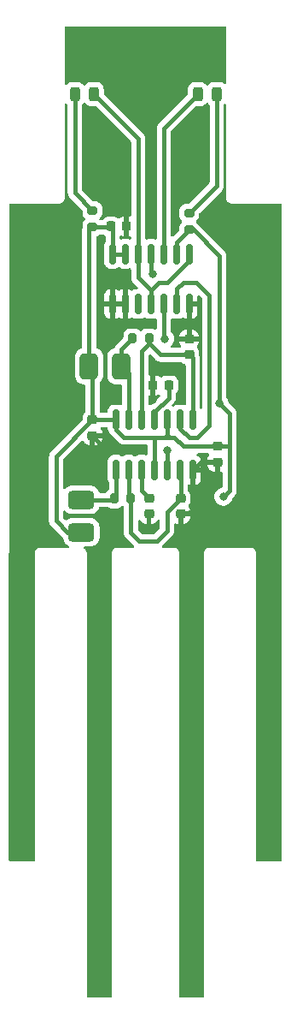
<source format=gbr>
%TF.GenerationSoftware,KiCad,Pcbnew,7.0.11*%
%TF.CreationDate,2025-02-23T17:02:07-08:00*%
%TF.ProjectId,enderman,656e6465-726d-4616-9e2e-6b696361645f,rev?*%
%TF.SameCoordinates,PX6ed1240PY84f1340*%
%TF.FileFunction,Copper,L1,Top*%
%TF.FilePolarity,Positive*%
%FSLAX46Y46*%
G04 Gerber Fmt 4.6, Leading zero omitted, Abs format (unit mm)*
G04 Created by KiCad (PCBNEW 7.0.11) date 2025-02-23 17:02:07*
%MOMM*%
%LPD*%
G01*
G04 APERTURE LIST*
G04 Aperture macros list*
%AMRoundRect*
0 Rectangle with rounded corners*
0 $1 Rounding radius*
0 $2 $3 $4 $5 $6 $7 $8 $9 X,Y pos of 4 corners*
0 Add a 4 corners polygon primitive as box body*
4,1,4,$2,$3,$4,$5,$6,$7,$8,$9,$2,$3,0*
0 Add four circle primitives for the rounded corners*
1,1,$1+$1,$2,$3*
1,1,$1+$1,$4,$5*
1,1,$1+$1,$6,$7*
1,1,$1+$1,$8,$9*
0 Add four rect primitives between the rounded corners*
20,1,$1+$1,$2,$3,$4,$5,0*
20,1,$1+$1,$4,$5,$6,$7,0*
20,1,$1+$1,$6,$7,$8,$9,0*
20,1,$1+$1,$8,$9,$2,$3,0*%
G04 Aperture macros list end*
%TA.AperFunction,SMDPad,CuDef*%
%ADD10RoundRect,0.400000X-0.500000X-0.900000X0.500000X-0.900000X0.500000X0.900000X-0.500000X0.900000X0*%
%TD*%
%TA.AperFunction,SMDPad,CuDef*%
%ADD11RoundRect,0.400000X0.900000X-0.500000X0.900000X0.500000X-0.900000X0.500000X-0.900000X-0.500000X0*%
%TD*%
%TA.AperFunction,SMDPad,CuDef*%
%ADD12RoundRect,0.243750X0.243750X0.456250X-0.243750X0.456250X-0.243750X-0.456250X0.243750X-0.456250X0*%
%TD*%
%TA.AperFunction,SMDPad,CuDef*%
%ADD13RoundRect,0.225000X0.225000X0.250000X-0.225000X0.250000X-0.225000X-0.250000X0.225000X-0.250000X0*%
%TD*%
%TA.AperFunction,SMDPad,CuDef*%
%ADD14RoundRect,0.225000X-0.250000X0.225000X-0.250000X-0.225000X0.250000X-0.225000X0.250000X0.225000X0*%
%TD*%
%TA.AperFunction,SMDPad,CuDef*%
%ADD15RoundRect,0.200000X-0.200000X-0.275000X0.200000X-0.275000X0.200000X0.275000X-0.200000X0.275000X0*%
%TD*%
%TA.AperFunction,SMDPad,CuDef*%
%ADD16RoundRect,0.150000X0.150000X-0.825000X0.150000X0.825000X-0.150000X0.825000X-0.150000X-0.825000X0*%
%TD*%
%TA.AperFunction,SMDPad,CuDef*%
%ADD17RoundRect,0.200000X-0.275000X0.200000X-0.275000X-0.200000X0.275000X-0.200000X0.275000X0.200000X0*%
%TD*%
%TA.AperFunction,SMDPad,CuDef*%
%ADD18RoundRect,0.243750X-0.243750X-0.456250X0.243750X-0.456250X0.243750X0.456250X-0.243750X0.456250X0*%
%TD*%
%TA.AperFunction,SMDPad,CuDef*%
%ADD19RoundRect,0.225000X0.250000X-0.225000X0.250000X0.225000X-0.250000X0.225000X-0.250000X-0.225000X0*%
%TD*%
%TA.AperFunction,ViaPad*%
%ADD20C,0.800000*%
%TD*%
%TA.AperFunction,Conductor*%
%ADD21C,0.400000*%
%TD*%
G04 APERTURE END LIST*
D10*
%TO.P,R2,1*%
%TO.N,+6V*%
X16875000Y65300000D03*
%TO.P,R2,2*%
%TO.N,Net-(U2B-DIS)*%
X20075000Y65300000D03*
%TD*%
D11*
%TO.P,R3,1*%
%TO.N,+6V*%
X16100000Y48875000D03*
%TO.P,R3,2*%
%TO.N,Net-(U2A-DIS)*%
X16100000Y52075000D03*
%TD*%
D12*
%TO.P,D1,1,K*%
%TO.N,Net-(D1-K)*%
X17337500Y92200000D03*
%TO.P,D1,2,A*%
%TO.N,Net-(D1-A)*%
X15462500Y92200000D03*
%TD*%
D13*
%TO.P,C7,1*%
%TO.N,GND*%
X20595000Y79117500D03*
%TO.P,C7,2*%
%TO.N,+6V*%
X19045000Y79117500D03*
%TD*%
%TO.P,C3,1*%
%TO.N,Net-(U2B-CV)*%
X24775000Y63400000D03*
%TO.P,C3,2*%
%TO.N,GND*%
X23225000Y63400000D03*
%TD*%
D14*
%TO.P,C5,2*%
%TO.N,GND*%
X25950000Y50667500D03*
%TO.P,C5,1*%
%TO.N,Net-(U2A-THR)*%
X25950000Y52217500D03*
%TD*%
%TO.P,C4,1*%
%TO.N,Net-(U2A-CV)*%
X22810000Y52217500D03*
%TO.P,C4,2*%
%TO.N,GND*%
X22810000Y50667500D03*
%TD*%
D15*
%TO.P,R4,1*%
%TO.N,Net-(U2A-DIS)*%
X19375000Y52192500D03*
%TO.P,R4,2*%
%TO.N,Net-(U2A-THR)*%
X21025000Y52192500D03*
%TD*%
D14*
%TO.P,C1,1*%
%TO.N,+6V*%
X29600000Y57375000D03*
%TO.P,C1,2*%
%TO.N,GND*%
X29600000Y55825000D03*
%TD*%
D15*
%TO.P,R1,2*%
%TO.N,Net-(U2B-THR)*%
X22825000Y68042500D03*
%TO.P,R1,1*%
%TO.N,Net-(U2B-DIS)*%
X21175000Y68042500D03*
%TD*%
D16*
%TO.P,U1,14,Vdd*%
%TO.N,+6V*%
X19200000Y76392500D03*
%TO.P,U1,13*%
X20470000Y76392500D03*
%TO.P,U1,12*%
%TO.N,Net-(D1-K)*%
X21740000Y76392500D03*
%TO.P,U1,11*%
%TO.N,Net-(LS1-Pad1)*%
X23010000Y76392500D03*
%TO.P,U1,10*%
%TO.N,Net-(D2-K)*%
X24280000Y76392500D03*
%TO.P,U1,9*%
%TO.N,+6V*%
X25550000Y76392500D03*
%TO.P,U1,8*%
%TO.N,Net-(D1-K)*%
X26820000Y76392500D03*
%TO.P,U1,7,Vss*%
%TO.N,GND*%
X26820000Y71442500D03*
%TO.P,U1,6*%
%TO.N,Net-(U2B-Q)*%
X25550000Y71442500D03*
%TO.P,U1,5*%
%TO.N,Net-(U2A-Q)*%
X24280000Y71442500D03*
%TO.P,U1,4*%
%TO.N,Net-(D1-K)*%
X23010000Y71442500D03*
%TO.P,U1,3*%
%TO.N,unconnected-(U1-Pad3)*%
X21740000Y71442500D03*
%TO.P,U1,2*%
%TO.N,GND*%
X20470000Y71442500D03*
%TO.P,U1,1*%
X19200000Y71442500D03*
%TD*%
%TO.P,U2,1,DIS*%
%TO.N,Net-(U2A-DIS)*%
X19530000Y55042500D03*
%TO.P,U2,2,THR*%
%TO.N,Net-(U2A-THR)*%
X20800000Y55042500D03*
%TO.P,U2,3,CV*%
%TO.N,Net-(U2A-CV)*%
X22070000Y55042500D03*
%TO.P,U2,4,R*%
%TO.N,+6V*%
X23340000Y55042500D03*
%TO.P,U2,5,Q*%
%TO.N,Net-(U2A-Q)*%
X24610000Y55042500D03*
%TO.P,U2,6,TR*%
%TO.N,Net-(U2A-THR)*%
X25880000Y55042500D03*
%TO.P,U2,7,GND*%
%TO.N,GND*%
X27150000Y55042500D03*
%TO.P,U2,8,TR*%
%TO.N,Net-(U2B-THR)*%
X27150000Y59992500D03*
%TO.P,U2,9,Q*%
%TO.N,Net-(U2B-Q)*%
X25880000Y59992500D03*
%TO.P,U2,10,R*%
%TO.N,+6V*%
X24610000Y59992500D03*
%TO.P,U2,11,CV*%
%TO.N,Net-(U2B-CV)*%
X23340000Y59992500D03*
%TO.P,U2,12,THR*%
%TO.N,Net-(U2B-THR)*%
X22070000Y59992500D03*
%TO.P,U2,13,DIS*%
%TO.N,Net-(U2B-DIS)*%
X20800000Y59992500D03*
%TO.P,U2,14,VCC*%
%TO.N,+6V*%
X19530000Y59992500D03*
%TD*%
D17*
%TO.P,R5,1*%
%TO.N,Net-(D1-A)*%
X17200000Y80692500D03*
%TO.P,R5,2*%
%TO.N,+6V*%
X17200000Y79042500D03*
%TD*%
D18*
%TO.P,D2,1,K*%
%TO.N,Net-(D2-K)*%
X27662500Y92200000D03*
%TO.P,D2,2,A*%
%TO.N,Net-(D2-A)*%
X29537500Y92200000D03*
%TD*%
D17*
%TO.P,R6,1*%
%TO.N,Net-(D2-A)*%
X26800000Y80425000D03*
%TO.P,R6,2*%
%TO.N,+6V*%
X26800000Y78775000D03*
%TD*%
D19*
%TO.P,C6,1*%
%TO.N,GND*%
X17200000Y58425000D03*
%TO.P,C6,2*%
%TO.N,+6V*%
X17200000Y59975000D03*
%TD*%
%TO.P,C2,1*%
%TO.N,Net-(U2B-THR)*%
X26800000Y66425000D03*
%TO.P,C2,2*%
%TO.N,GND*%
X26800000Y67975000D03*
%TD*%
D20*
%TO.N,GND*%
X19200000Y50400000D03*
X25800000Y49200000D03*
X23200000Y62000000D03*
X28800000Y53000000D03*
X26200000Y83000000D03*
X23000000Y81600000D03*
X13600000Y68600000D03*
X26800000Y69400000D03*
X20000000Y80800000D03*
X19200000Y69400000D03*
X18200000Y57200000D03*
X22800000Y49200000D03*
%TO.N,+6V*%
X30200000Y52400000D03*
X29800000Y61600000D03*
%TO.N,Net-(U2A-Q)*%
X24400000Y68000000D03*
%TO.N,Net-(LS1-Pad1)*%
X23200000Y74400000D03*
%TO.N,Net-(U2A-Q)*%
X24600000Y57000000D03*
%TD*%
D21*
%TO.N,GND*%
X18200000Y57425000D02*
X17200000Y58425000D01*
X18200000Y57200000D02*
X18200000Y57425000D01*
%TO.N,+6V*%
X29600000Y57375000D02*
X26225000Y57375000D01*
X26225000Y57375000D02*
X25332500Y58267500D01*
X25332500Y58267500D02*
X24800000Y58267500D01*
%TO.N,Net-(U2B-Q)*%
X28800000Y59400000D02*
X28800000Y72300000D01*
X25880000Y59120000D02*
X26800000Y58200000D01*
X28800000Y72300000D02*
X27500000Y73600000D01*
X27600000Y58200000D02*
X28800000Y59400000D01*
X26800000Y58200000D02*
X27600000Y58200000D01*
X25880000Y59992500D02*
X25880000Y59120000D01*
X27500000Y73600000D02*
X26200000Y73600000D01*
X25550000Y72950000D02*
X25550000Y71442500D01*
X26200000Y73600000D02*
X25550000Y72950000D01*
%TO.N,Net-(U2A-THR)*%
X21850000Y48000000D02*
X23600000Y48000000D01*
X24600000Y49000000D02*
X24600000Y50867500D01*
X21025000Y52192500D02*
X21025000Y48825000D01*
X21025000Y48825000D02*
X21850000Y48000000D01*
X24600000Y50867500D02*
X25950000Y52217500D01*
X23600000Y48000000D02*
X24600000Y49000000D01*
%TO.N,GND*%
X25800000Y49200000D02*
X25950000Y49350000D01*
X25950000Y49350000D02*
X25950000Y50667500D01*
X22800000Y49200000D02*
X22800000Y50657500D01*
X22800000Y50657500D02*
X22810000Y50667500D01*
X23200000Y63375000D02*
X23225000Y63400000D01*
X23200000Y62000000D02*
X23200000Y63375000D01*
%TO.N,Net-(U2B-CV)*%
X23340000Y59992500D02*
X23340000Y60740000D01*
X24775000Y62175000D02*
X24775000Y63400000D01*
X23340000Y60740000D02*
X24775000Y62175000D01*
%TO.N,Net-(U2B-THR)*%
X22070000Y66778750D02*
X22825000Y67533750D01*
X22825000Y67533750D02*
X22825000Y68042500D01*
X23975000Y66425000D02*
X22825000Y67575000D01*
X22825000Y67575000D02*
X22825000Y68042500D01*
%TO.N,GND*%
X29600000Y53800000D02*
X28800000Y53000000D01*
X29600000Y55825000D02*
X29600000Y53800000D01*
X26800000Y67975000D02*
X26800000Y69400000D01*
X26800000Y69400000D02*
X26800000Y71422500D01*
%TO.N,Net-(U2B-THR)*%
X22070000Y59992500D02*
X22070000Y66778750D01*
X26800000Y66425000D02*
X23975000Y66425000D01*
%TO.N,Net-(U2A-Q)*%
X24400000Y68000000D02*
X24280000Y68120000D01*
X24280000Y68120000D02*
X24280000Y71442500D01*
%TO.N,GND*%
X20000000Y80800000D02*
X20595000Y80205000D01*
X20595000Y80205000D02*
X20595000Y79117500D01*
%TO.N,+6V*%
X29800000Y61600000D02*
X29800000Y76200000D01*
X29800000Y76200000D02*
X27225000Y78775000D01*
X27225000Y78775000D02*
X26800000Y78775000D01*
X19200000Y76392500D02*
X20470000Y76392500D01*
X19045000Y79117500D02*
X19200000Y78962500D01*
X19200000Y78962500D02*
X19200000Y76392500D01*
X17200000Y79042500D02*
X18970000Y79042500D01*
X18970000Y79042500D02*
X19045000Y79117500D01*
X16875000Y65300000D02*
X16875000Y78717500D01*
X16875000Y78717500D02*
X17200000Y79042500D01*
%TO.N,GND*%
X19200000Y69400000D02*
X19200000Y71442500D01*
%TO.N,+6V*%
X17200000Y59975000D02*
X13600000Y56375000D01*
X13600000Y50000000D02*
X14725000Y48875000D01*
X13600000Y56375000D02*
X13600000Y50000000D01*
X14725000Y48875000D02*
X16100000Y48875000D01*
X17200000Y59975000D02*
X17200000Y64975000D01*
X17200000Y64975000D02*
X16875000Y65300000D01*
X17200000Y59975000D02*
X19512500Y59975000D01*
X19512500Y59975000D02*
X19530000Y59992500D01*
X19530000Y59992500D02*
X19530000Y59017501D01*
X19530000Y59017501D02*
X20280001Y58267500D01*
X24400000Y58267500D02*
X23200000Y58267500D01*
X23200000Y58267500D02*
X20280001Y58267500D01*
X23340000Y58127500D02*
X23200000Y58267500D01*
X23340000Y55042500D02*
X23340000Y58127500D01*
%TO.N,Net-(U2A-Q)*%
X24610000Y56990000D02*
X24610000Y55042500D01*
X24600000Y57000000D02*
X24610000Y56990000D01*
%TO.N,Net-(U2A-CV)*%
X22070000Y55042500D02*
X22070000Y52957500D01*
X22070000Y52957500D02*
X22810000Y52217500D01*
%TO.N,Net-(U2A-DIS)*%
X16100000Y52075000D02*
X19257500Y52075000D01*
X19257500Y52075000D02*
X19375000Y52192500D01*
X19530000Y55042500D02*
X19530000Y52347500D01*
X19530000Y52347500D02*
X19375000Y52192500D01*
%TO.N,Net-(U2A-THR)*%
X21025000Y52192500D02*
X20800000Y52417500D01*
X20800000Y52417500D02*
X20800000Y55042500D01*
X25950000Y52217500D02*
X25950000Y54972500D01*
X25950000Y54972500D02*
X25880000Y55042500D01*
%TO.N,GND*%
X29600000Y55825000D02*
X27932500Y55825000D01*
X27932500Y55825000D02*
X27150000Y55042500D01*
X25950000Y50667500D02*
X26667500Y50667500D01*
X26667500Y50667500D02*
X27150000Y51150000D01*
X27150000Y51150000D02*
X27150000Y55042500D01*
%TO.N,+6V*%
X24600000Y58267500D02*
X24400000Y58267500D01*
X24610000Y58477500D02*
X24400000Y58267500D01*
X24610000Y58600000D02*
X24610000Y58477500D01*
X24610000Y58600000D02*
X24610000Y58277500D01*
X24800000Y58267500D02*
X24600000Y58267500D01*
X24610000Y59992500D02*
X24610000Y58600000D01*
X24610000Y58600000D02*
X24610000Y58457500D01*
X24610000Y58457500D02*
X24800000Y58267500D01*
X24610000Y58277500D02*
X24600000Y58267500D01*
X30800000Y60600000D02*
X30800000Y57400000D01*
X30800000Y57400000D02*
X30800000Y53000000D01*
X29600000Y57375000D02*
X30775000Y57375000D01*
X30775000Y57375000D02*
X30800000Y57400000D01*
X29800000Y61600000D02*
X30800000Y60600000D01*
X30800000Y53000000D02*
X30200000Y52400000D01*
%TO.N,GND*%
X20470000Y71442500D02*
X19200000Y71442500D01*
%TO.N,Net-(U2B-DIS)*%
X20075000Y65300000D02*
X20075000Y66942500D01*
X20075000Y66942500D02*
X21175000Y68042500D01*
X20800000Y59992500D02*
X20800000Y64575000D01*
X20800000Y64575000D02*
X20075000Y65300000D01*
%TO.N,Net-(D1-K)*%
X23010000Y72790000D02*
X23820000Y73600000D01*
X24655894Y73600000D02*
X26820000Y75764106D01*
X23820000Y73600000D02*
X24655894Y73600000D01*
X26820000Y75764106D02*
X26820000Y76392500D01*
X23010000Y71442500D02*
X23010000Y72790000D01*
X23010000Y72790000D02*
X21740000Y74060000D01*
X21740000Y74060000D02*
X21740000Y76392500D01*
%TO.N,Net-(U2B-THR)*%
X27150000Y59992500D02*
X27150000Y66075000D01*
X27150000Y66075000D02*
X26800000Y66425000D01*
%TO.N,GND*%
X26800000Y71422500D02*
X26820000Y71442500D01*
X26825000Y68000000D02*
X26800000Y67975000D01*
%TO.N,Net-(LS1-Pad1)*%
X23010000Y74590000D02*
X23200000Y74400000D01*
X23010000Y76392500D02*
X23010000Y74590000D01*
%TO.N,Net-(D2-A)*%
X29537500Y92200000D02*
X29537500Y83162500D01*
X29537500Y83162500D02*
X26800000Y80425000D01*
%TO.N,Net-(D2-K)*%
X24280000Y76392500D02*
X24280000Y88817500D01*
X24280000Y88817500D02*
X27662500Y92200000D01*
%TO.N,+6V*%
X25550000Y76392500D02*
X25550000Y77525000D01*
X25550000Y77525000D02*
X26800000Y78775000D01*
%TO.N,Net-(D1-A)*%
X15462500Y92200000D02*
X15462500Y82430000D01*
X15462500Y82430000D02*
X17200000Y80692500D01*
%TO.N,Net-(D1-K)*%
X21740000Y76392500D02*
X21740000Y87797500D01*
X21740000Y87797500D02*
X17337500Y92200000D01*
%TD*%
%TA.AperFunction,Conductor*%
%TO.N,GND*%
G36*
X20243333Y51492663D02*
G01*
X20287681Y51464162D01*
X20288181Y51463662D01*
X20321666Y51402339D01*
X20324500Y51375981D01*
X20324500Y48849922D01*
X20324274Y48842434D01*
X20320642Y48782397D01*
X20320642Y48782395D01*
X20331483Y48723230D01*
X20332610Y48715829D01*
X20339859Y48656129D01*
X20339860Y48656126D01*
X20343451Y48646657D01*
X20349474Y48625054D01*
X20351304Y48615070D01*
X20375991Y48560218D01*
X20378854Y48553306D01*
X20400182Y48497070D01*
X20400183Y48497069D01*
X20405936Y48488734D01*
X20416961Y48469187D01*
X20421120Y48459945D01*
X20421124Y48459940D01*
X20458215Y48412597D01*
X20462655Y48406562D01*
X20496812Y48357076D01*
X20496816Y48357071D01*
X20541828Y48317195D01*
X20547283Y48312060D01*
X21317474Y47541869D01*
X21350959Y47480546D01*
X21345975Y47410854D01*
X21304103Y47354921D01*
X21238639Y47330504D01*
X21229793Y47330188D01*
X19699144Y47330188D01*
X19555222Y47330188D01*
X19555219Y47330188D01*
X19555217Y47330187D01*
X19529025Y47322498D01*
X19511751Y47318740D01*
X19484727Y47314854D01*
X19484724Y47314853D01*
X19459893Y47303513D01*
X19443324Y47297333D01*
X19430354Y47293525D01*
X19417130Y47289641D01*
X19417128Y47289641D01*
X19417128Y47289640D01*
X19394165Y47274883D01*
X19378644Y47266408D01*
X19353811Y47255067D01*
X19353808Y47255065D01*
X19333183Y47237193D01*
X19319023Y47226593D01*
X19296059Y47211835D01*
X19296054Y47211831D01*
X19278176Y47191199D01*
X19265672Y47178695D01*
X19245040Y47160817D01*
X19245036Y47160812D01*
X19230278Y47137848D01*
X19219678Y47123688D01*
X19201806Y47103063D01*
X19201804Y47103060D01*
X19190463Y47078227D01*
X19181988Y47062706D01*
X19167231Y47039743D01*
X19159538Y47013547D01*
X19153358Y46996978D01*
X19142018Y46972147D01*
X19142017Y46972144D01*
X19138131Y46945120D01*
X19134373Y46927846D01*
X19126684Y46901654D01*
X19126683Y46901646D01*
X19126683Y2977624D01*
X19106998Y2910585D01*
X19054194Y2864830D01*
X19002683Y2853624D01*
X16751683Y2853624D01*
X16684644Y2873309D01*
X16638889Y2926113D01*
X16627683Y2977624D01*
X16627683Y46901649D01*
X16627682Y46901654D01*
X16619991Y46927846D01*
X16616233Y46945124D01*
X16612348Y46972142D01*
X16612348Y46972144D01*
X16612348Y46972145D01*
X16608864Y46979774D01*
X16601009Y46996975D01*
X16594826Y47013552D01*
X16587136Y47039740D01*
X16587136Y47039742D01*
X16572375Y47062710D01*
X16563897Y47078237D01*
X16563188Y47079789D01*
X16552560Y47103061D01*
X16534683Y47123692D01*
X16524086Y47137848D01*
X16509326Y47160816D01*
X16509325Y47160817D01*
X16488693Y47178696D01*
X16476189Y47191200D01*
X16458311Y47211831D01*
X16458306Y47211835D01*
X16435343Y47226593D01*
X16421184Y47237192D01*
X16398570Y47256786D01*
X16360794Y47315563D01*
X16360792Y47385432D01*
X16398565Y47444212D01*
X16462119Y47473238D01*
X16479765Y47474501D01*
X17063020Y47474501D01*
X17141645Y47480688D01*
X17324488Y47529680D01*
X17453008Y47595165D01*
X17493146Y47615615D01*
X17493147Y47615617D01*
X17493149Y47615617D01*
X17640257Y47734743D01*
X17759383Y47881851D01*
X17845320Y48050512D01*
X17894312Y48233355D01*
X17900500Y48311979D01*
X17900499Y49438020D01*
X17894312Y49516645D01*
X17845320Y49699488D01*
X17783072Y49821657D01*
X17759385Y49868147D01*
X17726554Y49908689D01*
X17640257Y50015257D01*
X17544838Y50092526D01*
X17493146Y50134386D01*
X17367868Y50198217D01*
X17324488Y50220320D01*
X17199396Y50253838D01*
X17141643Y50269313D01*
X17069736Y50274972D01*
X17063021Y50275500D01*
X17063020Y50275500D01*
X15136989Y50275500D01*
X15136970Y50275499D01*
X15058356Y50269313D01*
X14875512Y50220320D01*
X14706854Y50134386D01*
X14655161Y50092526D01*
X14590673Y50065635D01*
X14521884Y50077878D01*
X14489445Y50101212D01*
X14336819Y50253838D01*
X14303334Y50315161D01*
X14300500Y50341519D01*
X14300500Y50904717D01*
X14320185Y50971756D01*
X14372989Y51017511D01*
X14442147Y51027455D01*
X14505703Y50998430D01*
X14520860Y50982759D01*
X14559743Y50934743D01*
X14651377Y50860539D01*
X14706853Y50815615D01*
X14790371Y50773062D01*
X14875512Y50729680D01*
X15058355Y50680688D01*
X15136979Y50674500D01*
X17063020Y50674501D01*
X17141645Y50680688D01*
X17324488Y50729680D01*
X17453008Y50795165D01*
X17493146Y50815615D01*
X17493147Y50815617D01*
X17493149Y50815617D01*
X17640257Y50934743D01*
X17759383Y51081851D01*
X17762424Y51087818D01*
X17786917Y51135890D01*
X17845320Y51250512D01*
X17853916Y51282595D01*
X17890281Y51342254D01*
X17953128Y51372783D01*
X17973691Y51374500D01*
X18684617Y51374500D01*
X18748764Y51356618D01*
X18885394Y51274022D01*
X19047804Y51223414D01*
X19118384Y51217000D01*
X19118387Y51217000D01*
X19631613Y51217000D01*
X19631616Y51217000D01*
X19702196Y51223414D01*
X19864606Y51274022D01*
X20010185Y51362028D01*
X20112320Y51464164D01*
X20173641Y51497647D01*
X20243333Y51492663D01*
G37*
%TD.AperFunction*%
%TA.AperFunction,Conductor*%
G36*
X30409065Y91216522D02*
G01*
X30464998Y91174650D01*
X30489415Y91109186D01*
X30489731Y91100340D01*
X30489731Y83125746D01*
X30488775Y83122494D01*
X30489731Y83114044D01*
X30489731Y81820225D01*
X30497421Y81794034D01*
X30501178Y81776765D01*
X30505066Y81749731D01*
X30516400Y81724912D01*
X30516404Y81724905D01*
X30522586Y81708330D01*
X30530277Y81682137D01*
X30530278Y81682135D01*
X30545037Y81659169D01*
X30553513Y81643647D01*
X30564854Y81618815D01*
X30570166Y81612685D01*
X30582727Y81598188D01*
X30593326Y81584028D01*
X30608084Y81561065D01*
X30608088Y81561060D01*
X30628719Y81543182D01*
X30641223Y81530678D01*
X30659101Y81510047D01*
X30659103Y81510045D01*
X30682075Y81495283D01*
X30696227Y81484688D01*
X30716858Y81466811D01*
X30740130Y81456183D01*
X30741682Y81455474D01*
X30757209Y81446996D01*
X30780178Y81432235D01*
X30806367Y81424545D01*
X30822944Y81418362D01*
X30847769Y81407025D01*
X30847770Y81407025D01*
X30847774Y81407023D01*
X30874774Y81403141D01*
X30874795Y81403138D01*
X30892077Y81399379D01*
X30918270Y81391688D01*
X30954432Y81391688D01*
X35865731Y81391688D01*
X35932770Y81372003D01*
X35978525Y81319199D01*
X35989731Y81267688D01*
X35989731Y46857338D01*
X35994708Y46840388D01*
X35999731Y46805452D01*
X35999731Y16473724D01*
X35980046Y16406685D01*
X35927242Y16360930D01*
X35875731Y16349724D01*
X33544651Y16349724D01*
X33477612Y16369409D01*
X33431857Y16422213D01*
X33420651Y16473724D01*
X33420651Y46901649D01*
X33420650Y46901654D01*
X33412959Y46927846D01*
X33409201Y46945124D01*
X33405316Y46972142D01*
X33405316Y46972144D01*
X33405316Y46972145D01*
X33401832Y46979774D01*
X33393977Y46996975D01*
X33387794Y47013552D01*
X33380104Y47039740D01*
X33380104Y47039742D01*
X33365343Y47062710D01*
X33356865Y47078237D01*
X33356156Y47079789D01*
X33345528Y47103061D01*
X33327651Y47123692D01*
X33317054Y47137848D01*
X33302294Y47160816D01*
X33302293Y47160817D01*
X33281661Y47178696D01*
X33269157Y47191200D01*
X33251279Y47211831D01*
X33251274Y47211835D01*
X33228311Y47226593D01*
X33214151Y47237192D01*
X33207158Y47243251D01*
X33193524Y47255065D01*
X33168692Y47266406D01*
X33153170Y47274882D01*
X33153168Y47274883D01*
X33130204Y47289641D01*
X33130202Y47289642D01*
X33104009Y47297333D01*
X33087439Y47303514D01*
X33062608Y47314853D01*
X33035574Y47318741D01*
X33018305Y47322498D01*
X32992114Y47330188D01*
X32992112Y47330188D01*
X32955950Y47330188D01*
X28865160Y47330188D01*
X28721238Y47330188D01*
X28721235Y47330188D01*
X28721233Y47330187D01*
X28695041Y47322498D01*
X28677767Y47318740D01*
X28650743Y47314854D01*
X28650740Y47314853D01*
X28625909Y47303513D01*
X28609340Y47297333D01*
X28596370Y47293525D01*
X28583146Y47289641D01*
X28583144Y47289641D01*
X28583144Y47289640D01*
X28560181Y47274883D01*
X28544660Y47266408D01*
X28519827Y47255067D01*
X28519824Y47255065D01*
X28499199Y47237193D01*
X28485039Y47226593D01*
X28462075Y47211835D01*
X28462070Y47211831D01*
X28444192Y47191199D01*
X28431688Y47178695D01*
X28411056Y47160817D01*
X28411052Y47160812D01*
X28396294Y47137848D01*
X28385694Y47123688D01*
X28367822Y47103063D01*
X28367820Y47103060D01*
X28356479Y47078227D01*
X28348004Y47062706D01*
X28333247Y47039743D01*
X28325554Y47013547D01*
X28319374Y46996978D01*
X28308034Y46972147D01*
X28308033Y46972144D01*
X28304147Y46945120D01*
X28300389Y46927846D01*
X28292700Y46901654D01*
X28292699Y46901646D01*
X28292699Y2991294D01*
X28273014Y2924255D01*
X28220210Y2878500D01*
X28168699Y2867294D01*
X25917699Y2867294D01*
X25850660Y2886979D01*
X25804905Y2939783D01*
X25793699Y2991294D01*
X25793699Y46901649D01*
X25793698Y46901654D01*
X25786007Y46927846D01*
X25782249Y46945124D01*
X25778364Y46972142D01*
X25778364Y46972144D01*
X25778364Y46972145D01*
X25774880Y46979774D01*
X25767025Y46996975D01*
X25760842Y47013552D01*
X25753152Y47039740D01*
X25753152Y47039742D01*
X25738391Y47062710D01*
X25729913Y47078237D01*
X25729204Y47079789D01*
X25718576Y47103061D01*
X25700699Y47123692D01*
X25690102Y47137848D01*
X25675342Y47160816D01*
X25675341Y47160817D01*
X25654709Y47178696D01*
X25642205Y47191200D01*
X25624327Y47211831D01*
X25624322Y47211835D01*
X25601359Y47226593D01*
X25587199Y47237192D01*
X25580206Y47243251D01*
X25566572Y47255065D01*
X25541740Y47266406D01*
X25526218Y47274882D01*
X25526216Y47274883D01*
X25503252Y47289641D01*
X25503250Y47289642D01*
X25477057Y47297333D01*
X25460487Y47303514D01*
X25435656Y47314853D01*
X25408622Y47318741D01*
X25391353Y47322498D01*
X25365162Y47330188D01*
X25365160Y47330188D01*
X25328998Y47330188D01*
X24220206Y47330188D01*
X24153167Y47349873D01*
X24107412Y47402677D01*
X24097468Y47471835D01*
X24126493Y47535391D01*
X24132525Y47541869D01*
X24325400Y47734744D01*
X25077723Y48487069D01*
X25083125Y48492155D01*
X25128183Y48532071D01*
X25162349Y48581570D01*
X25166790Y48587606D01*
X25169647Y48591253D01*
X25203878Y48634944D01*
X25208037Y48644187D01*
X25219061Y48663732D01*
X25224818Y48672070D01*
X25246145Y48728306D01*
X25249013Y48735230D01*
X25273693Y48790064D01*
X25273693Y48790066D01*
X25273695Y48790069D01*
X25275522Y48800041D01*
X25281546Y48821653D01*
X25285140Y48831128D01*
X25292387Y48890816D01*
X25293514Y48898223D01*
X25304358Y48957394D01*
X25300726Y49017435D01*
X25300500Y49024922D01*
X25300500Y49639393D01*
X25320185Y49706432D01*
X25372989Y49752187D01*
X25442147Y49762131D01*
X25463504Y49757099D01*
X25552393Y49727645D01*
X25651683Y49717501D01*
X25699999Y49717502D01*
X25700000Y49717502D01*
X25700000Y50417500D01*
X26200000Y50417500D01*
X26200000Y49717501D01*
X26248308Y49717501D01*
X26248322Y49717502D01*
X26347607Y49727645D01*
X26508481Y49780953D01*
X26508492Y49780958D01*
X26652728Y49869925D01*
X26652732Y49869928D01*
X26772572Y49989768D01*
X26772575Y49989772D01*
X26861542Y50134008D01*
X26861547Y50134019D01*
X26914855Y50294894D01*
X26924999Y50394178D01*
X26925000Y50394191D01*
X26925000Y50417500D01*
X26200000Y50417500D01*
X25700000Y50417500D01*
X25700000Y50793500D01*
X25719685Y50860539D01*
X25772489Y50906294D01*
X25824000Y50917500D01*
X26924999Y50917500D01*
X26924999Y50940808D01*
X26924998Y50940823D01*
X26914855Y51040108D01*
X26861547Y51200982D01*
X26861542Y51200993D01*
X26772575Y51345229D01*
X26772572Y51345233D01*
X26763339Y51354466D01*
X26729854Y51415789D01*
X26734838Y51485481D01*
X26763343Y51529832D01*
X26772968Y51539456D01*
X26862003Y51683803D01*
X26915349Y51844792D01*
X26925500Y51944155D01*
X26925499Y52490844D01*
X26915349Y52590208D01*
X26862003Y52751197D01*
X26861999Y52751203D01*
X26861998Y52751206D01*
X26772970Y52895541D01*
X26772969Y52895542D01*
X26772968Y52895544D01*
X26686818Y52981694D01*
X26653334Y53043018D01*
X26650500Y53069375D01*
X26650500Y53477011D01*
X26670185Y53544050D01*
X26722989Y53589805D01*
X26792147Y53599749D01*
X26809095Y53596087D01*
X26897505Y53570401D01*
X26897511Y53570400D01*
X26899998Y53570205D01*
X26900000Y53570205D01*
X26900000Y54792500D01*
X27400000Y54792500D01*
X27400000Y53570205D01*
X27400001Y53570205D01*
X27402486Y53570400D01*
X27560198Y53616219D01*
X27701552Y53699815D01*
X27701561Y53699822D01*
X27817678Y53815939D01*
X27817685Y53815948D01*
X27901282Y53957304D01*
X27901283Y53957307D01*
X27947099Y54115005D01*
X27947100Y54115011D01*
X27949999Y54151851D01*
X27950000Y54151866D01*
X27950000Y54792500D01*
X27400000Y54792500D01*
X26900000Y54792500D01*
X26900000Y55168500D01*
X26919685Y55235539D01*
X26972489Y55281294D01*
X27024000Y55292500D01*
X27950000Y55292500D01*
X27950000Y55575000D01*
X28625001Y55575000D01*
X28625001Y55551678D01*
X28635144Y55452393D01*
X28688452Y55291519D01*
X28688457Y55291508D01*
X28777424Y55147272D01*
X28777427Y55147268D01*
X28897267Y55027428D01*
X28897271Y55027425D01*
X29041507Y54938458D01*
X29041518Y54938453D01*
X29202393Y54885145D01*
X29301683Y54875001D01*
X29349999Y54875002D01*
X29350000Y54875002D01*
X29350000Y55575000D01*
X28625001Y55575000D01*
X27950000Y55575000D01*
X27950000Y55933135D01*
X27949999Y55933150D01*
X27947100Y55969990D01*
X27947099Y55969996D01*
X27901283Y56127694D01*
X27901282Y56127697D01*
X27817685Y56269053D01*
X27817678Y56269062D01*
X27701561Y56385179D01*
X27701552Y56385185D01*
X27602494Y56443768D01*
X27554811Y56494837D01*
X27542307Y56563579D01*
X27568952Y56628168D01*
X27626288Y56668098D01*
X27665615Y56674500D01*
X28661200Y56674500D01*
X28728239Y56654815D01*
X28773994Y56602011D01*
X28783938Y56532853D01*
X28766738Y56485403D01*
X28688457Y56358493D01*
X28688452Y56358482D01*
X28635144Y56197607D01*
X28625000Y56098323D01*
X28625000Y56075000D01*
X29726000Y56075000D01*
X29793039Y56055315D01*
X29838794Y56002511D01*
X29850000Y55951000D01*
X29850000Y54875001D01*
X29898308Y54875001D01*
X29898320Y54875002D01*
X29962897Y54881599D01*
X30031590Y54868830D01*
X30082475Y54820949D01*
X30099500Y54758241D01*
X30099500Y53399670D01*
X30079815Y53332631D01*
X30027011Y53286876D01*
X30001282Y53278380D01*
X29920196Y53261144D01*
X29920192Y53261143D01*
X29747270Y53184152D01*
X29747265Y53184149D01*
X29594129Y53072889D01*
X29467466Y52932215D01*
X29372821Y52768285D01*
X29372818Y52768278D01*
X29314961Y52590211D01*
X29314326Y52588256D01*
X29294540Y52400000D01*
X29314326Y52211744D01*
X29314327Y52211741D01*
X29372818Y52031723D01*
X29372821Y52031716D01*
X29467467Y51867784D01*
X29594129Y51727112D01*
X29747265Y51615852D01*
X29747270Y51615849D01*
X29920192Y51538858D01*
X29920197Y51538856D01*
X30105354Y51499500D01*
X30105355Y51499500D01*
X30294644Y51499500D01*
X30294646Y51499500D01*
X30479803Y51538856D01*
X30652730Y51615849D01*
X30805871Y51727112D01*
X30932533Y51867784D01*
X31027179Y52031716D01*
X31085674Y52211744D01*
X31090864Y52261131D01*
X31117447Y52325742D01*
X31126494Y52335839D01*
X31277731Y52487076D01*
X31283151Y52492178D01*
X31328183Y52532071D01*
X31362366Y52581596D01*
X31366775Y52587587D01*
X31403878Y52634943D01*
X31408037Y52644185D01*
X31419062Y52663732D01*
X31424818Y52672070D01*
X31446146Y52728312D01*
X31449002Y52735209D01*
X31473694Y52790068D01*
X31475520Y52800035D01*
X31481548Y52821660D01*
X31485140Y52831128D01*
X31492389Y52890831D01*
X31493516Y52898238D01*
X31494331Y52902687D01*
X31504357Y52957394D01*
X31500726Y53017423D01*
X31500500Y53024910D01*
X31500500Y57325078D01*
X31502531Y57347429D01*
X31504357Y57357394D01*
X31500726Y57417423D01*
X31500500Y57424910D01*
X31500500Y60575080D01*
X31500726Y60582568D01*
X31504358Y60642606D01*
X31493514Y60701779D01*
X31492387Y60709185D01*
X31488743Y60739195D01*
X31485140Y60768872D01*
X31481548Y60778344D01*
X31475521Y60799966D01*
X31473695Y60809929D01*
X31473693Y60809937D01*
X31449009Y60864779D01*
X31446154Y60871669D01*
X31424818Y60927930D01*
X31419062Y60936269D01*
X31408034Y60955823D01*
X31403881Y60965051D01*
X31403878Y60965055D01*
X31403878Y60965056D01*
X31366788Y61012397D01*
X31362352Y61018426D01*
X31328183Y61067929D01*
X31288521Y61103066D01*
X31283145Y61107829D01*
X31277707Y61112949D01*
X30726503Y61664154D01*
X30693018Y61725477D01*
X30690865Y61738857D01*
X30685674Y61788256D01*
X30678627Y61809943D01*
X30627181Y61968278D01*
X30627180Y61968279D01*
X30627179Y61968284D01*
X30532533Y62132216D01*
X30532344Y62132426D01*
X30532273Y62132573D01*
X30528714Y62137472D01*
X30529610Y62138124D01*
X30502119Y62195420D01*
X30500500Y62215392D01*
X30500500Y76175080D01*
X30500726Y76182568D01*
X30504358Y76242606D01*
X30493514Y76301779D01*
X30492387Y76309185D01*
X30492128Y76311311D01*
X30485140Y76368872D01*
X30481548Y76378344D01*
X30475521Y76399966D01*
X30473695Y76409929D01*
X30473693Y76409937D01*
X30449008Y76464781D01*
X30446153Y76471671D01*
X30424818Y76527930D01*
X30419063Y76536267D01*
X30408036Y76555818D01*
X30403879Y76565054D01*
X30403878Y76565057D01*
X30366785Y76612403D01*
X30362355Y76618423D01*
X30328183Y76667929D01*
X30283153Y76707822D01*
X30277715Y76712942D01*
X27737948Y79252709D01*
X27732814Y79258162D01*
X27727104Y79264607D01*
X27707411Y79286837D01*
X27694118Y79304902D01*
X27630472Y79410185D01*
X27630470Y79410187D01*
X27630469Y79410189D01*
X27528339Y79512319D01*
X27494854Y79573642D01*
X27499838Y79643334D01*
X27528339Y79687681D01*
X27630468Y79789811D01*
X27630469Y79789812D01*
X27630472Y79789815D01*
X27718478Y79935394D01*
X27769086Y80097804D01*
X27775500Y80168384D01*
X27775500Y80358482D01*
X27795185Y80425521D01*
X27811814Y80446158D01*
X30015231Y82649576D01*
X30020651Y82654678D01*
X30065683Y82694571D01*
X30099862Y82744089D01*
X30104289Y82750104D01*
X30141378Y82797444D01*
X30145537Y82806687D01*
X30156561Y82826232D01*
X30162318Y82834570D01*
X30183645Y82890806D01*
X30186513Y82897730D01*
X30211193Y82952564D01*
X30211193Y82952566D01*
X30211195Y82952569D01*
X30213022Y82962541D01*
X30219046Y82984153D01*
X30222640Y82993628D01*
X30229887Y83053316D01*
X30231014Y83060723D01*
X30241858Y83119894D01*
X30238226Y83179934D01*
X30238000Y83187422D01*
X30238000Y91096609D01*
X30257685Y91163648D01*
X30274319Y91184290D01*
X30278050Y91188021D01*
X30339373Y91221506D01*
X30409065Y91216522D01*
G37*
%TD.AperFunction*%
%TA.AperFunction,Conductor*%
G36*
X14633453Y91276072D02*
G01*
X14639931Y91270040D01*
X14725681Y91184290D01*
X14759166Y91122967D01*
X14762000Y91096609D01*
X14762000Y82454922D01*
X14761774Y82447434D01*
X14758142Y82387397D01*
X14758142Y82387395D01*
X14768983Y82328230D01*
X14770110Y82320829D01*
X14777359Y82261129D01*
X14777360Y82261126D01*
X14780951Y82251657D01*
X14786974Y82230054D01*
X14788804Y82220070D01*
X14813491Y82165218D01*
X14816354Y82158306D01*
X14837682Y82102070D01*
X14837683Y82102069D01*
X14843436Y82093734D01*
X14854461Y82074187D01*
X14858620Y82064945D01*
X14858624Y82064940D01*
X14895715Y82017597D01*
X14900155Y82011562D01*
X14934312Y81962076D01*
X14934316Y81962071D01*
X14979328Y81922195D01*
X14984783Y81917060D01*
X16188181Y80713662D01*
X16221666Y80652339D01*
X16224500Y80625981D01*
X16224500Y80435887D01*
X16230913Y80365308D01*
X16230913Y80365306D01*
X16230914Y80365304D01*
X16281522Y80202894D01*
X16354091Y80082850D01*
X16369530Y80057312D01*
X16471661Y79955181D01*
X16505146Y79893858D01*
X16500162Y79824166D01*
X16471661Y79779819D01*
X16369531Y79677690D01*
X16369530Y79677689D01*
X16281522Y79532107D01*
X16230913Y79369693D01*
X16225782Y79313225D01*
X16225027Y79304909D01*
X16224500Y79299114D01*
X16224500Y79005588D01*
X16213576Y78954697D01*
X16201304Y78927432D01*
X16199477Y78917459D01*
X16193453Y78895847D01*
X16189860Y78886373D01*
X16189860Y78886372D01*
X16182610Y78826673D01*
X16181483Y78819273D01*
X16170642Y78760111D01*
X16170642Y78760105D01*
X16174274Y78700068D01*
X16174500Y78692580D01*
X16174500Y67173692D01*
X16154815Y67106653D01*
X16102011Y67060898D01*
X16082596Y67053918D01*
X16050514Y67045322D01*
X15881852Y66959384D01*
X15734743Y66840257D01*
X15615614Y66693147D01*
X15529680Y66524488D01*
X15480687Y66341644D01*
X15480687Y66341643D01*
X15474500Y66263027D01*
X15474500Y64336990D01*
X15474501Y64336971D01*
X15480687Y64258357D01*
X15492750Y64213337D01*
X15529680Y64075512D01*
X15551783Y64032132D01*
X15615614Y63906854D01*
X15664859Y63846042D01*
X15734743Y63759743D01*
X15810572Y63698338D01*
X15881853Y63640615D01*
X15946513Y63607670D01*
X16050512Y63554680D01*
X16233355Y63505688D01*
X16311979Y63499500D01*
X16375500Y63499501D01*
X16442538Y63479817D01*
X16488294Y63427014D01*
X16499500Y63375501D01*
X16499500Y60826875D01*
X16479815Y60759836D01*
X16463182Y60739194D01*
X16377029Y60653041D01*
X16288001Y60508706D01*
X16287996Y60508695D01*
X16234651Y60347710D01*
X16224500Y60248353D01*
X16224500Y60041520D01*
X16204815Y59974481D01*
X16188181Y59953839D01*
X13122290Y56887949D01*
X13116838Y56882817D01*
X13071819Y56842932D01*
X13037649Y56793431D01*
X13033213Y56787403D01*
X12996124Y56740062D01*
X12996119Y56740052D01*
X12991960Y56730812D01*
X12980942Y56711277D01*
X12975187Y56702939D01*
X12975179Y56702924D01*
X12953853Y56646695D01*
X12950989Y56639780D01*
X12926305Y56584932D01*
X12924477Y56574958D01*
X12918453Y56553347D01*
X12914860Y56543873D01*
X12914860Y56543872D01*
X12907610Y56484173D01*
X12906483Y56476773D01*
X12895642Y56417611D01*
X12895642Y56417605D01*
X12899274Y56357568D01*
X12899500Y56350080D01*
X12899500Y50024922D01*
X12899274Y50017434D01*
X12895642Y49957397D01*
X12895642Y49957395D01*
X12906483Y49898230D01*
X12907610Y49890829D01*
X12914859Y49831129D01*
X12914860Y49831126D01*
X12918451Y49821657D01*
X12924474Y49800054D01*
X12926304Y49790070D01*
X12950991Y49735218D01*
X12953854Y49728306D01*
X12975182Y49672070D01*
X12975183Y49672069D01*
X12980936Y49663734D01*
X12991961Y49644187D01*
X12996120Y49634945D01*
X12996124Y49634940D01*
X13033215Y49587597D01*
X13037655Y49581562D01*
X13071812Y49532076D01*
X13071816Y49532071D01*
X13116828Y49492195D01*
X13122283Y49487060D01*
X14212058Y48397285D01*
X14217178Y48391847D01*
X14257071Y48346817D01*
X14257074Y48346815D01*
X14262267Y48342214D01*
X14299395Y48283026D01*
X14303660Y48259125D01*
X14305687Y48233357D01*
X14305688Y48233355D01*
X14354680Y48050512D01*
X14376783Y48007132D01*
X14440614Y47881854D01*
X14489859Y47821042D01*
X14559743Y47734743D01*
X14666311Y47648446D01*
X14706853Y47615615D01*
X14806834Y47564673D01*
X14857631Y47516699D01*
X14874426Y47448878D01*
X14851889Y47382743D01*
X14797174Y47339291D01*
X14750540Y47330188D01*
X12071961Y47330188D01*
X11928039Y47330188D01*
X11928036Y47330188D01*
X11928034Y47330187D01*
X11901842Y47322498D01*
X11884568Y47318740D01*
X11857544Y47314854D01*
X11857541Y47314853D01*
X11832710Y47303513D01*
X11816141Y47297333D01*
X11803171Y47293525D01*
X11789947Y47289641D01*
X11789945Y47289641D01*
X11789945Y47289640D01*
X11766982Y47274883D01*
X11751461Y47266408D01*
X11726628Y47255067D01*
X11726625Y47255065D01*
X11706000Y47237193D01*
X11691840Y47226593D01*
X11668876Y47211835D01*
X11668871Y47211831D01*
X11650993Y47191199D01*
X11638489Y47178695D01*
X11617857Y47160817D01*
X11617853Y47160812D01*
X11603095Y47137848D01*
X11592495Y47123688D01*
X11574623Y47103063D01*
X11574621Y47103060D01*
X11563280Y47078227D01*
X11554805Y47062706D01*
X11540048Y47039743D01*
X11532355Y47013547D01*
X11526175Y46996978D01*
X11514835Y46972147D01*
X11514834Y46972144D01*
X11510948Y46945120D01*
X11507190Y46927846D01*
X11499501Y46901654D01*
X11499500Y46901646D01*
X11499500Y16450284D01*
X11479815Y16383245D01*
X11427011Y16337490D01*
X11375500Y16326284D01*
X9044422Y16326284D01*
X8977383Y16345969D01*
X8931628Y16398773D01*
X8920422Y16450284D01*
X8920422Y46784648D01*
X8925445Y46819584D01*
X8926531Y46823280D01*
X8930222Y46835852D01*
X8930222Y46979774D01*
X8930222Y81267688D01*
X8949907Y81334727D01*
X9002711Y81380482D01*
X9054222Y81391688D01*
X13999730Y81391688D01*
X13999731Y81391688D01*
X14025928Y81399381D01*
X14043193Y81403137D01*
X14070226Y81407023D01*
X14095056Y81418364D01*
X14111624Y81424544D01*
X14137823Y81432235D01*
X14160793Y81446998D01*
X14176304Y81455469D01*
X14201142Y81466811D01*
X14221772Y81484688D01*
X14235923Y81495282D01*
X14258898Y81510046D01*
X14276775Y81530678D01*
X14289281Y81543185D01*
X14309912Y81561060D01*
X14324676Y81584035D01*
X14335262Y81598177D01*
X14353147Y81618816D01*
X14364486Y81643645D01*
X14372967Y81659177D01*
X14387722Y81682135D01*
X14395413Y81708332D01*
X14401594Y81724903D01*
X14412934Y81749732D01*
X14416820Y81776765D01*
X14420577Y81794034D01*
X14428269Y81820227D01*
X14428269Y81964149D01*
X14428269Y81988586D01*
X14428267Y81988707D01*
X14428250Y91182361D01*
X14447934Y91249398D01*
X14500738Y91295153D01*
X14569897Y91305097D01*
X14633453Y91276072D01*
G37*
%TD.AperFunction*%
%TA.AperFunction,Conductor*%
G36*
X23003039Y50897815D02*
G01*
X23048794Y50845011D01*
X23060000Y50793500D01*
X23060000Y49717501D01*
X23108308Y49717501D01*
X23108322Y49717502D01*
X23207607Y49727645D01*
X23368481Y49780953D01*
X23368492Y49780958D01*
X23512728Y49869925D01*
X23512732Y49869928D01*
X23632572Y49989768D01*
X23632575Y49989772D01*
X23669962Y50050384D01*
X23721910Y50097109D01*
X23790872Y50108330D01*
X23854954Y50080487D01*
X23893810Y50022418D01*
X23899500Y49985287D01*
X23899500Y49341519D01*
X23879815Y49274480D01*
X23863181Y49253838D01*
X23346162Y48736819D01*
X23284839Y48703334D01*
X23258481Y48700500D01*
X22191519Y48700500D01*
X22124480Y48720185D01*
X22103838Y48736819D01*
X21761819Y49078838D01*
X21728334Y49140161D01*
X21725500Y49166519D01*
X21725500Y49977181D01*
X21745185Y50044220D01*
X21797989Y50089975D01*
X21867147Y50099919D01*
X21930703Y50070894D01*
X21955039Y50042278D01*
X21987428Y49989767D01*
X22107267Y49869928D01*
X22107271Y49869925D01*
X22251507Y49780958D01*
X22251518Y49780953D01*
X22412393Y49727645D01*
X22511683Y49717501D01*
X22559999Y49717502D01*
X22560000Y49717502D01*
X22560000Y50793500D01*
X22579685Y50860539D01*
X22632489Y50906294D01*
X22684000Y50917500D01*
X22936000Y50917500D01*
X23003039Y50897815D01*
G37*
%TD.AperFunction*%
%TA.AperFunction,Conductor*%
G36*
X18672539Y59254815D02*
G01*
X18718294Y59202011D01*
X18729500Y59150500D01*
X18729500Y59101799D01*
X18732401Y59064933D01*
X18732402Y59064927D01*
X18778254Y58907107D01*
X18778255Y58907104D01*
X18778256Y58907102D01*
X18861919Y58765635D01*
X18866317Y58761237D01*
X18894581Y58717523D01*
X18905179Y58689576D01*
X18905183Y58689570D01*
X18910936Y58681235D01*
X18921961Y58661688D01*
X18926120Y58652446D01*
X18926124Y58652441D01*
X18963215Y58605098D01*
X18967655Y58599063D01*
X19001812Y58549577D01*
X19001816Y58549572D01*
X19046828Y58509696D01*
X19052283Y58504561D01*
X19767052Y57789793D01*
X19772172Y57784355D01*
X19805025Y57747272D01*
X19812072Y57739317D01*
X19861575Y57705148D01*
X19867604Y57700712D01*
X19914945Y57663622D01*
X19914947Y57663621D01*
X19914950Y57663619D01*
X19924178Y57659466D01*
X19943732Y57648438D01*
X19952071Y57642682D01*
X20008332Y57621346D01*
X20015209Y57618497D01*
X20036564Y57608885D01*
X20070064Y57593807D01*
X20070067Y57593807D01*
X20070070Y57593805D01*
X20080035Y57591979D01*
X20101657Y57585952D01*
X20104778Y57584769D01*
X20111129Y57582360D01*
X20168690Y57575372D01*
X20170816Y57575113D01*
X20178223Y57573986D01*
X20237395Y57563142D01*
X20297434Y57566775D01*
X20304922Y57567000D01*
X22515500Y57567000D01*
X22582539Y57547315D01*
X22628294Y57494511D01*
X22639500Y57443000D01*
X22639500Y56588174D01*
X22619815Y56521135D01*
X22567011Y56475380D01*
X22497853Y56465436D01*
X22480905Y56469098D01*
X22322573Y56515098D01*
X22322567Y56515099D01*
X22285701Y56518000D01*
X22285694Y56518000D01*
X21854306Y56518000D01*
X21854298Y56518000D01*
X21817432Y56515099D01*
X21817426Y56515098D01*
X21659606Y56469246D01*
X21659603Y56469245D01*
X21518137Y56385583D01*
X21511969Y56380798D01*
X21510072Y56383244D01*
X21461358Y56356643D01*
X21391666Y56361627D01*
X21359296Y56382431D01*
X21358031Y56380798D01*
X21351862Y56385583D01*
X21216837Y56465436D01*
X21210398Y56469244D01*
X21210397Y56469245D01*
X21210396Y56469245D01*
X21210393Y56469246D01*
X21052573Y56515098D01*
X21052567Y56515099D01*
X21015701Y56518000D01*
X21015694Y56518000D01*
X20584306Y56518000D01*
X20584298Y56518000D01*
X20547432Y56515099D01*
X20547426Y56515098D01*
X20389606Y56469246D01*
X20389603Y56469245D01*
X20248137Y56385583D01*
X20241969Y56380798D01*
X20240072Y56383244D01*
X20191358Y56356643D01*
X20121666Y56361627D01*
X20089296Y56382431D01*
X20088031Y56380798D01*
X20081862Y56385583D01*
X19946837Y56465436D01*
X19940398Y56469244D01*
X19940397Y56469245D01*
X19940396Y56469245D01*
X19940393Y56469246D01*
X19782573Y56515098D01*
X19782567Y56515099D01*
X19745701Y56518000D01*
X19745694Y56518000D01*
X19314306Y56518000D01*
X19314298Y56518000D01*
X19277432Y56515099D01*
X19277426Y56515098D01*
X19119606Y56469246D01*
X19119603Y56469245D01*
X18978137Y56385583D01*
X18978129Y56385577D01*
X18861923Y56269371D01*
X18861917Y56269363D01*
X18778255Y56127897D01*
X18778254Y56127894D01*
X18732402Y55970074D01*
X18732401Y55970068D01*
X18729500Y55933202D01*
X18729500Y54151799D01*
X18732401Y54114933D01*
X18732402Y54114927D01*
X18778254Y53957107D01*
X18778255Y53957104D01*
X18812232Y53899652D01*
X18829500Y53836531D01*
X18829500Y53147125D01*
X18809815Y53080086D01*
X18769651Y53041009D01*
X18739814Y53022972D01*
X18739810Y53022969D01*
X18619528Y52902687D01*
X18619528Y52902686D01*
X18578822Y52835350D01*
X18527294Y52788162D01*
X18472705Y52775500D01*
X17973691Y52775500D01*
X17906652Y52795185D01*
X17860897Y52847989D01*
X17853916Y52867406D01*
X17845320Y52899488D01*
X17803434Y52981694D01*
X17759385Y53068147D01*
X17726554Y53108689D01*
X17640257Y53215257D01*
X17495313Y53332631D01*
X17493146Y53334386D01*
X17365016Y53399670D01*
X17324488Y53420320D01*
X17257562Y53438253D01*
X17141643Y53469313D01*
X17069736Y53474972D01*
X17063021Y53475500D01*
X17063020Y53475500D01*
X15136989Y53475500D01*
X15136970Y53475499D01*
X15058356Y53469313D01*
X14875512Y53420320D01*
X14706853Y53334386D01*
X14559743Y53215257D01*
X14520866Y53167248D01*
X14463378Y53127536D01*
X14393547Y53125209D01*
X14333544Y53161005D01*
X14302418Y53223559D01*
X14300500Y53245284D01*
X14300500Y56033482D01*
X14320185Y56100521D01*
X14336814Y56121158D01*
X16108406Y57892750D01*
X16169726Y57926233D01*
X16239418Y57921249D01*
X16295351Y57879377D01*
X16301622Y57870165D01*
X16377426Y57747269D01*
X16497267Y57627428D01*
X16497271Y57627425D01*
X16641507Y57538458D01*
X16641518Y57538453D01*
X16802393Y57485145D01*
X16901683Y57475001D01*
X16949999Y57475002D01*
X16950000Y57475002D01*
X16950000Y58175000D01*
X17450000Y58175000D01*
X17450000Y57475001D01*
X17498308Y57475001D01*
X17498322Y57475002D01*
X17597607Y57485145D01*
X17758481Y57538453D01*
X17758492Y57538458D01*
X17902728Y57627425D01*
X17902732Y57627428D01*
X18022572Y57747268D01*
X18022575Y57747272D01*
X18111542Y57891508D01*
X18111547Y57891519D01*
X18164855Y58052394D01*
X18174999Y58151678D01*
X18175000Y58151691D01*
X18175000Y58175000D01*
X17450000Y58175000D01*
X16950000Y58175000D01*
X16950000Y58551000D01*
X16969685Y58618039D01*
X17022489Y58663794D01*
X17074000Y58675000D01*
X18174999Y58675000D01*
X18174999Y58698308D01*
X18174998Y58698323D01*
X18164855Y58797608D01*
X18111547Y58958482D01*
X18111542Y58958493D01*
X18033262Y59085403D01*
X18014821Y59152795D01*
X18035743Y59219458D01*
X18089385Y59264228D01*
X18138800Y59274500D01*
X18605500Y59274500D01*
X18672539Y59254815D01*
G37*
%TD.AperFunction*%
%TA.AperFunction,Conductor*%
G36*
X18335165Y78322315D02*
G01*
X18355807Y78305681D01*
X18366955Y78294533D01*
X18366959Y78294530D01*
X18440597Y78249109D01*
X18487322Y78197161D01*
X18499500Y78143571D01*
X18499500Y77598470D01*
X18482232Y77535350D01*
X18448257Y77477901D01*
X18448254Y77477894D01*
X18402402Y77320074D01*
X18402401Y77320068D01*
X18399500Y77283202D01*
X18399500Y75501799D01*
X18402401Y75464933D01*
X18402402Y75464927D01*
X18448254Y75307107D01*
X18448255Y75307104D01*
X18531917Y75165638D01*
X18531923Y75165630D01*
X18648129Y75049424D01*
X18648133Y75049421D01*
X18648135Y75049419D01*
X18789602Y74965756D01*
X18831224Y74953664D01*
X18947426Y74919903D01*
X18947429Y74919903D01*
X18947431Y74919902D01*
X18984306Y74917000D01*
X18984314Y74917000D01*
X19415686Y74917000D01*
X19415694Y74917000D01*
X19452569Y74919902D01*
X19452571Y74919903D01*
X19452573Y74919903D01*
X19494954Y74932216D01*
X19610398Y74965756D01*
X19751865Y75049419D01*
X19751870Y75049425D01*
X19758031Y75054202D01*
X19759933Y75051750D01*
X19808579Y75078345D01*
X19878274Y75073396D01*
X19910695Y75052560D01*
X19911969Y75054202D01*
X19918132Y75049422D01*
X19918135Y75049419D01*
X20059602Y74965756D01*
X20101224Y74953664D01*
X20217426Y74919903D01*
X20217429Y74919903D01*
X20217431Y74919902D01*
X20254306Y74917000D01*
X20254314Y74917000D01*
X20685686Y74917000D01*
X20685694Y74917000D01*
X20722569Y74919902D01*
X20722571Y74919903D01*
X20722573Y74919903D01*
X20880905Y74965903D01*
X20950774Y74965704D01*
X21009444Y74927762D01*
X21038288Y74864124D01*
X21039500Y74846827D01*
X21039500Y74084922D01*
X21039274Y74077434D01*
X21035642Y74017397D01*
X21035642Y74017395D01*
X21046483Y73958230D01*
X21047610Y73950829D01*
X21054859Y73891129D01*
X21054860Y73891126D01*
X21058451Y73881657D01*
X21064474Y73860054D01*
X21066304Y73850070D01*
X21090991Y73795218D01*
X21093854Y73788306D01*
X21115182Y73732070D01*
X21115183Y73732069D01*
X21120936Y73723734D01*
X21131961Y73704187D01*
X21136120Y73694945D01*
X21136124Y73694940D01*
X21173215Y73647597D01*
X21177655Y73641562D01*
X21211812Y73592076D01*
X21211816Y73592071D01*
X21256828Y73552195D01*
X21262283Y73547060D01*
X21679662Y73129681D01*
X21713147Y73068358D01*
X21708163Y72998666D01*
X21666291Y72942733D01*
X21600827Y72918316D01*
X21591981Y72918000D01*
X21524298Y72918000D01*
X21487432Y72915099D01*
X21487426Y72915098D01*
X21329606Y72869246D01*
X21329603Y72869245D01*
X21188140Y72785585D01*
X21181974Y72780801D01*
X21180174Y72783121D01*
X21130913Y72756270D01*
X21061225Y72761307D01*
X21028992Y72782039D01*
X21027722Y72780400D01*
X21021552Y72785186D01*
X20880196Y72868783D01*
X20880193Y72868784D01*
X20722494Y72914600D01*
X20722497Y72914600D01*
X20720000Y72914797D01*
X20720000Y69970205D01*
X20720001Y69970205D01*
X20722486Y69970400D01*
X20880198Y70016219D01*
X21021550Y70099814D01*
X21027717Y70104597D01*
X21029630Y70102131D01*
X21078222Y70128698D01*
X21147917Y70123751D01*
X21180762Y70102647D01*
X21181969Y70104202D01*
X21188132Y70099422D01*
X21188135Y70099419D01*
X21329602Y70015756D01*
X21350719Y70009621D01*
X21487426Y69969903D01*
X21487429Y69969903D01*
X21487431Y69969902D01*
X21524306Y69967000D01*
X21524314Y69967000D01*
X21955686Y69967000D01*
X21955694Y69967000D01*
X21992569Y69969902D01*
X21992571Y69969903D01*
X21992573Y69969903D01*
X22034191Y69981995D01*
X22150398Y70015756D01*
X22291865Y70099419D01*
X22291870Y70099425D01*
X22298031Y70104202D01*
X22299933Y70101750D01*
X22348579Y70128345D01*
X22418274Y70123396D01*
X22450695Y70102560D01*
X22451969Y70104202D01*
X22458132Y70099422D01*
X22458135Y70099419D01*
X22599602Y70015756D01*
X22620719Y70009621D01*
X22757426Y69969903D01*
X22757429Y69969903D01*
X22757431Y69969902D01*
X22794306Y69967000D01*
X22794314Y69967000D01*
X23225686Y69967000D01*
X23225694Y69967000D01*
X23262569Y69969902D01*
X23262571Y69969903D01*
X23262573Y69969903D01*
X23420905Y70015903D01*
X23490774Y70015704D01*
X23549444Y69977762D01*
X23578288Y69914124D01*
X23579500Y69896827D01*
X23579500Y69020701D01*
X23559815Y68953662D01*
X23507011Y68907907D01*
X23437853Y68897963D01*
X23391351Y68914584D01*
X23314606Y68960978D01*
X23152196Y69011586D01*
X23152194Y69011587D01*
X23152192Y69011587D01*
X23102778Y69016077D01*
X23081616Y69018000D01*
X22568384Y69018000D01*
X22549145Y69016252D01*
X22497807Y69011587D01*
X22335393Y68960978D01*
X22189811Y68872970D01*
X22189810Y68872969D01*
X22087681Y68770839D01*
X22026358Y68737354D01*
X21956666Y68742338D01*
X21912319Y68770839D01*
X21810188Y68872970D01*
X21724120Y68925000D01*
X21664606Y68960978D01*
X21502196Y69011586D01*
X21502194Y69011587D01*
X21502192Y69011587D01*
X21452778Y69016077D01*
X21431616Y69018000D01*
X20918384Y69018000D01*
X20899145Y69016252D01*
X20847807Y69011587D01*
X20685393Y68960978D01*
X20539811Y68872970D01*
X20419530Y68752689D01*
X20331522Y68607107D01*
X20280913Y68444693D01*
X20274500Y68374114D01*
X20274500Y68184020D01*
X20254815Y68116981D01*
X20238181Y68096339D01*
X19597290Y67455449D01*
X19591838Y67450317D01*
X19546819Y67410432D01*
X19512649Y67360931D01*
X19508213Y67354903D01*
X19471124Y67307562D01*
X19471119Y67307552D01*
X19466960Y67298312D01*
X19455942Y67278777D01*
X19450187Y67270439D01*
X19450179Y67270424D01*
X19428853Y67214195D01*
X19425989Y67207280D01*
X19401304Y67152430D01*
X19399075Y67145275D01*
X19395966Y67146244D01*
X19371070Y67096944D01*
X19312709Y67061986D01*
X19250512Y67045321D01*
X19081852Y66959384D01*
X18934743Y66840257D01*
X18815614Y66693147D01*
X18729680Y66524488D01*
X18680687Y66341644D01*
X18680687Y66341643D01*
X18674500Y66263027D01*
X18674500Y64336990D01*
X18674501Y64336971D01*
X18680687Y64258357D01*
X18692750Y64213337D01*
X18729680Y64075512D01*
X18751783Y64032132D01*
X18815614Y63906854D01*
X18864859Y63846042D01*
X18934743Y63759743D01*
X19010572Y63698338D01*
X19081853Y63640615D01*
X19146513Y63607670D01*
X19250512Y63554680D01*
X19433355Y63505688D01*
X19511979Y63499500D01*
X19975500Y63499501D01*
X20042539Y63479817D01*
X20088294Y63427013D01*
X20099500Y63375501D01*
X20099500Y61538174D01*
X20079815Y61471135D01*
X20027011Y61425380D01*
X19957853Y61415436D01*
X19940905Y61419098D01*
X19782573Y61465098D01*
X19782567Y61465099D01*
X19745701Y61468000D01*
X19745694Y61468000D01*
X19314306Y61468000D01*
X19314298Y61468000D01*
X19277432Y61465099D01*
X19277426Y61465098D01*
X19119606Y61419246D01*
X19119603Y61419245D01*
X18978137Y61335583D01*
X18978129Y61335577D01*
X18861923Y61219371D01*
X18861917Y61219363D01*
X18778255Y61077897D01*
X18778254Y61077894D01*
X18732402Y60920074D01*
X18732401Y60920068D01*
X18729500Y60883202D01*
X18729500Y60799500D01*
X18709815Y60732461D01*
X18657011Y60686706D01*
X18605500Y60675500D01*
X18051874Y60675500D01*
X17984835Y60695185D01*
X17964196Y60711816D01*
X17936817Y60739195D01*
X17903333Y60800519D01*
X17900500Y60826875D01*
X17900500Y63607670D01*
X17920185Y63674709D01*
X17946463Y63704036D01*
X18015257Y63759743D01*
X18134383Y63906851D01*
X18220320Y64075512D01*
X18269312Y64258355D01*
X18275500Y64336979D01*
X18275499Y66263020D01*
X18269312Y66341645D01*
X18220320Y66524488D01*
X18169500Y66624228D01*
X18134385Y66693147D01*
X18082206Y66757582D01*
X18015257Y66840257D01*
X17868149Y66959383D01*
X17851969Y66967627D01*
X17699485Y67045322D01*
X17667404Y67053918D01*
X17607745Y67090284D01*
X17577216Y67153131D01*
X17575500Y67173692D01*
X17575500Y71192500D01*
X18400000Y71192500D01*
X18400000Y70551851D01*
X18402899Y70515011D01*
X18402900Y70515005D01*
X18448716Y70357307D01*
X18448717Y70357304D01*
X18532314Y70215948D01*
X18532321Y70215939D01*
X18648438Y70099822D01*
X18648447Y70099815D01*
X18789801Y70016219D01*
X18947514Y69970400D01*
X18947511Y69970400D01*
X18949998Y69970205D01*
X18950000Y69970205D01*
X18950000Y71192500D01*
X19450000Y71192500D01*
X19450000Y69970205D01*
X19450001Y69970205D01*
X19452486Y69970400D01*
X19610198Y70016219D01*
X19751552Y70099815D01*
X19757722Y70104600D01*
X19759546Y70102248D01*
X19808595Y70129055D01*
X19878288Y70124098D01*
X19911063Y70103035D01*
X19912278Y70104600D01*
X19918447Y70099815D01*
X20059801Y70016219D01*
X20217514Y69970400D01*
X20217511Y69970400D01*
X20219998Y69970205D01*
X20220000Y69970205D01*
X20220000Y71192500D01*
X19450000Y71192500D01*
X18950000Y71192500D01*
X18400000Y71192500D01*
X17575500Y71192500D01*
X17575500Y71692500D01*
X18400000Y71692500D01*
X18950000Y71692500D01*
X19450000Y71692500D01*
X20220000Y71692500D01*
X20220000Y72914797D01*
X20217503Y72914600D01*
X20059806Y72868784D01*
X20059803Y72868783D01*
X19918447Y72785186D01*
X19912278Y72780400D01*
X19910457Y72782747D01*
X19861358Y72755936D01*
X19791666Y72760920D01*
X19758930Y72781959D01*
X19757722Y72780400D01*
X19751552Y72785186D01*
X19610196Y72868783D01*
X19610193Y72868784D01*
X19452494Y72914600D01*
X19452497Y72914600D01*
X19450000Y72914797D01*
X19450000Y71692500D01*
X18950000Y71692500D01*
X18950000Y72914797D01*
X18947503Y72914600D01*
X18789806Y72868784D01*
X18789803Y72868783D01*
X18648447Y72785186D01*
X18648438Y72785179D01*
X18532321Y72669062D01*
X18532314Y72669053D01*
X18448717Y72527697D01*
X18448716Y72527694D01*
X18402900Y72369996D01*
X18402899Y72369990D01*
X18400000Y72333150D01*
X18400000Y71692500D01*
X17575500Y71692500D01*
X17575500Y78048855D01*
X17595185Y78115894D01*
X17647989Y78161649D01*
X17662592Y78167234D01*
X17764606Y78199022D01*
X17910185Y78287028D01*
X17917690Y78294533D01*
X17928839Y78305681D01*
X17990162Y78339166D01*
X18016520Y78342000D01*
X18268126Y78342000D01*
X18335165Y78322315D01*
G37*
%TD.AperFunction*%
%TA.AperFunction,Conductor*%
G36*
X27825203Y72283694D02*
G01*
X27831681Y72277662D01*
X28063181Y72046162D01*
X28096666Y71984839D01*
X28099500Y71958481D01*
X28099500Y66144471D01*
X28088756Y66107883D01*
X28096369Y66094298D01*
X28099500Y66066611D01*
X28099500Y61196779D01*
X28079815Y61129740D01*
X28027011Y61083985D01*
X27957853Y61074041D01*
X27894297Y61103066D01*
X27868769Y61133657D01*
X27867765Y61135354D01*
X27850500Y61198470D01*
X27850500Y66050080D01*
X27850726Y66057567D01*
X27851726Y66074098D01*
X27861634Y66101582D01*
X27856523Y66109536D01*
X27853531Y66122119D01*
X27843514Y66176779D01*
X27842387Y66184185D01*
X27842128Y66186311D01*
X27835140Y66243872D01*
X27831548Y66253344D01*
X27825521Y66274966D01*
X27823695Y66284929D01*
X27823693Y66284937D01*
X27799011Y66339776D01*
X27796144Y66346697D01*
X27783557Y66379886D01*
X27775499Y66423857D01*
X27775499Y66698338D01*
X27775498Y66698356D01*
X27765349Y66797708D01*
X27765348Y66797711D01*
X27736684Y66884213D01*
X27712003Y66958697D01*
X27711999Y66958703D01*
X27711998Y66958706D01*
X27622970Y67103041D01*
X27622967Y67103045D01*
X27613339Y67112673D01*
X27579854Y67173996D01*
X27584838Y67243688D01*
X27613345Y67288041D01*
X27622573Y67297269D01*
X27711542Y67441508D01*
X27711547Y67441519D01*
X27764855Y67602394D01*
X27774999Y67701678D01*
X27775000Y67701691D01*
X27775000Y67725000D01*
X25825001Y67725000D01*
X25825001Y67701678D01*
X25835144Y67602393D01*
X25888452Y67441519D01*
X25888457Y67441508D01*
X25966738Y67314597D01*
X25985179Y67247205D01*
X25964257Y67180542D01*
X25910615Y67135772D01*
X25861200Y67125500D01*
X25102847Y67125500D01*
X25035808Y67145185D01*
X24990053Y67197989D01*
X24980109Y67267147D01*
X25009134Y67330703D01*
X25010697Y67332472D01*
X25030894Y67354903D01*
X25132533Y67467784D01*
X25227179Y67631716D01*
X25285674Y67811744D01*
X25305460Y68000000D01*
X25285674Y68188256D01*
X25273735Y68225000D01*
X25825000Y68225000D01*
X26550000Y68225000D01*
X26550000Y68925000D01*
X27050000Y68925000D01*
X27050000Y68225000D01*
X27774999Y68225000D01*
X27774999Y68248308D01*
X27774998Y68248323D01*
X27764855Y68347608D01*
X27711547Y68508482D01*
X27711542Y68508493D01*
X27622575Y68652729D01*
X27622572Y68652733D01*
X27502732Y68772573D01*
X27502728Y68772576D01*
X27358492Y68861543D01*
X27358481Y68861548D01*
X27197606Y68914856D01*
X27098322Y68925000D01*
X27050000Y68925000D01*
X26550000Y68925000D01*
X26549999Y68925001D01*
X26501693Y68925000D01*
X26501675Y68924999D01*
X26402392Y68914856D01*
X26241518Y68861548D01*
X26241507Y68861543D01*
X26097271Y68772576D01*
X26097267Y68772573D01*
X25977427Y68652733D01*
X25977424Y68652729D01*
X25888457Y68508493D01*
X25888452Y68508482D01*
X25835144Y68347607D01*
X25825000Y68248323D01*
X25825000Y68225000D01*
X25273735Y68225000D01*
X25227179Y68368284D01*
X25132533Y68532216D01*
X25037579Y68637673D01*
X25012350Y68665693D01*
X24982120Y68728685D01*
X24980500Y68748665D01*
X24980500Y69896827D01*
X25000185Y69963866D01*
X25052989Y70009621D01*
X25122147Y70019565D01*
X25139095Y70015903D01*
X25297426Y69969903D01*
X25297429Y69969903D01*
X25297431Y69969902D01*
X25334306Y69967000D01*
X25334314Y69967000D01*
X25765686Y69967000D01*
X25765694Y69967000D01*
X25802569Y69969902D01*
X25802571Y69969903D01*
X25802573Y69969903D01*
X25844191Y69981995D01*
X25960398Y70015756D01*
X26101865Y70099419D01*
X26101868Y70099423D01*
X26108026Y70104199D01*
X26109839Y70101862D01*
X26158949Y70128702D01*
X26228643Y70123744D01*
X26260996Y70102949D01*
X26262278Y70104600D01*
X26268447Y70099815D01*
X26409801Y70016219D01*
X26567514Y69970400D01*
X26567511Y69970400D01*
X26569998Y69970205D01*
X26570000Y69970205D01*
X26570000Y71192500D01*
X27070000Y71192500D01*
X27070000Y69970205D01*
X27070001Y69970205D01*
X27072486Y69970400D01*
X27230198Y70016219D01*
X27371552Y70099815D01*
X27371561Y70099822D01*
X27487678Y70215939D01*
X27487685Y70215948D01*
X27571282Y70357304D01*
X27571283Y70357307D01*
X27617099Y70515005D01*
X27617100Y70515011D01*
X27619999Y70551851D01*
X27620000Y70551866D01*
X27620000Y71192500D01*
X27070000Y71192500D01*
X26570000Y71192500D01*
X26570000Y71568500D01*
X26589685Y71635539D01*
X26642489Y71681294D01*
X26694000Y71692500D01*
X27620000Y71692500D01*
X27620000Y72189981D01*
X27639685Y72257020D01*
X27692489Y72302775D01*
X27761647Y72312719D01*
X27825203Y72283694D01*
G37*
%TD.AperFunction*%
%TA.AperFunction,Conductor*%
G36*
X22975703Y66433195D02*
G01*
X22982181Y66427163D01*
X23462051Y65947293D01*
X23467171Y65941855D01*
X23507071Y65896817D01*
X23556574Y65862648D01*
X23562603Y65858212D01*
X23609944Y65821122D01*
X23609946Y65821121D01*
X23609949Y65821119D01*
X23619177Y65816966D01*
X23638731Y65805938D01*
X23647070Y65800182D01*
X23703331Y65778846D01*
X23710208Y65775997D01*
X23731563Y65766385D01*
X23765063Y65751307D01*
X23765066Y65751307D01*
X23765069Y65751305D01*
X23775034Y65749479D01*
X23796656Y65743452D01*
X23799777Y65742269D01*
X23806128Y65739860D01*
X23863689Y65732872D01*
X23865815Y65732613D01*
X23873222Y65731486D01*
X23932394Y65720642D01*
X23992433Y65724275D01*
X23999921Y65724500D01*
X25948126Y65724500D01*
X26015165Y65704815D01*
X26035807Y65688181D01*
X26096955Y65627033D01*
X26096959Y65627030D01*
X26241294Y65538002D01*
X26241297Y65538001D01*
X26241303Y65537997D01*
X26364505Y65497173D01*
X26421949Y65457401D01*
X26448772Y65392885D01*
X26449500Y65379467D01*
X26449500Y61538174D01*
X26429815Y61471135D01*
X26377011Y61425380D01*
X26307853Y61415436D01*
X26290905Y61419098D01*
X26132573Y61465098D01*
X26132567Y61465099D01*
X26095701Y61468000D01*
X26095694Y61468000D01*
X25664306Y61468000D01*
X25664298Y61468000D01*
X25627432Y61465099D01*
X25627426Y61465098D01*
X25469606Y61419246D01*
X25469603Y61419245D01*
X25328137Y61335583D01*
X25321969Y61330798D01*
X25320072Y61333244D01*
X25271358Y61306643D01*
X25201666Y61311627D01*
X25169296Y61332431D01*
X25168031Y61330798D01*
X25161868Y61335578D01*
X25161865Y61335581D01*
X25151397Y61341772D01*
X25103715Y61392841D01*
X25091212Y61461583D01*
X25117858Y61526172D01*
X25126830Y61536175D01*
X25252731Y61662076D01*
X25258151Y61667178D01*
X25303183Y61707071D01*
X25337358Y61756584D01*
X25341779Y61762593D01*
X25378877Y61809943D01*
X25383029Y61819172D01*
X25394062Y61838732D01*
X25394419Y61839250D01*
X25399818Y61847070D01*
X25421154Y61903332D01*
X25424014Y61910234D01*
X25448693Y61965066D01*
X25448692Y61965066D01*
X25448694Y61965068D01*
X25450520Y61975035D01*
X25456548Y61996660D01*
X25460140Y62006128D01*
X25467389Y62065831D01*
X25468516Y62073238D01*
X25479357Y62132394D01*
X25475726Y62192423D01*
X25475500Y62199910D01*
X25475500Y62548126D01*
X25495185Y62615165D01*
X25511819Y62635807D01*
X25572968Y62696956D01*
X25662003Y62841303D01*
X25715349Y63002292D01*
X25725500Y63101655D01*
X25725499Y63698344D01*
X25724917Y63704037D01*
X25715349Y63797708D01*
X25715348Y63797711D01*
X25662003Y63958697D01*
X25661999Y63958703D01*
X25661998Y63958706D01*
X25572970Y64103041D01*
X25572967Y64103045D01*
X25453044Y64222968D01*
X25453040Y64222971D01*
X25308705Y64311999D01*
X25308699Y64312002D01*
X25308697Y64312003D01*
X25233291Y64336990D01*
X25147709Y64365349D01*
X25048346Y64375500D01*
X24501662Y64375500D01*
X24501644Y64375499D01*
X24402292Y64365350D01*
X24402289Y64365349D01*
X24241305Y64312004D01*
X24241294Y64311999D01*
X24096959Y64222971D01*
X24096953Y64222967D01*
X24087324Y64213337D01*
X24026000Y64179854D01*
X23956308Y64184841D01*
X23911965Y64213340D01*
X23902732Y64222573D01*
X23902728Y64222576D01*
X23758492Y64311543D01*
X23758481Y64311548D01*
X23597606Y64364856D01*
X23498322Y64375000D01*
X23475000Y64375000D01*
X23475000Y62425001D01*
X23498308Y62425001D01*
X23498322Y62425002D01*
X23597607Y62435145D01*
X23765339Y62490725D01*
X23765883Y62489081D01*
X23825969Y62498218D01*
X23889758Y62469711D01*
X23928009Y62411242D01*
X23928577Y62341374D01*
X23897001Y62287660D01*
X23091633Y61482292D01*
X23038547Y61450897D01*
X22929095Y61419098D01*
X22859226Y61419297D01*
X22800556Y61457239D01*
X22771712Y61520877D01*
X22770500Y61538174D01*
X22770500Y62306197D01*
X22790185Y62373236D01*
X22842989Y62418991D01*
X22907104Y62429555D01*
X22951685Y62425001D01*
X22975000Y62425002D01*
X22975000Y64375001D01*
X22951693Y64375000D01*
X22951671Y64374999D01*
X22907101Y64370445D01*
X22838408Y64383215D01*
X22787524Y64431096D01*
X22770500Y64493803D01*
X22770500Y66339482D01*
X22790185Y66406521D01*
X22842989Y66452276D01*
X22912147Y66462220D01*
X22975703Y66433195D01*
G37*
%TD.AperFunction*%
%TA.AperFunction,Conductor*%
G36*
X16479448Y91309812D02*
G01*
X16501342Y91284545D01*
X16501493Y91284664D01*
X16504143Y91281313D01*
X16505540Y91279701D01*
X16505974Y91278997D01*
X16505975Y91278996D01*
X16628996Y91155975D01*
X16629000Y91155972D01*
X16777066Y91064643D01*
X16777069Y91064642D01*
X16777075Y91064638D01*
X16942225Y91009913D01*
X17044152Y90999500D01*
X17495981Y90999500D01*
X17563020Y90979815D01*
X17583662Y90963181D01*
X21003181Y87543662D01*
X21036666Y87482339D01*
X21039500Y87455981D01*
X21039500Y80212326D01*
X21019815Y80145287D01*
X20967011Y80099532D01*
X20902900Y80088968D01*
X20868329Y80092499D01*
X20868310Y80092500D01*
X20845000Y80092500D01*
X20845000Y78142501D01*
X20868308Y78142501D01*
X20868322Y78142502D01*
X20902898Y78146034D01*
X20971591Y78133265D01*
X21022475Y78085384D01*
X21039500Y78022676D01*
X21039500Y77938174D01*
X21019815Y77871135D01*
X20967011Y77825380D01*
X20897853Y77815436D01*
X20880905Y77819098D01*
X20722573Y77865098D01*
X20722567Y77865099D01*
X20685701Y77868000D01*
X20685694Y77868000D01*
X20254306Y77868000D01*
X20254298Y77868000D01*
X20217432Y77865099D01*
X20217426Y77865098D01*
X20059095Y77819098D01*
X19989225Y77819297D01*
X19930555Y77857239D01*
X19901712Y77920878D01*
X19900500Y77938174D01*
X19900500Y78087589D01*
X19920185Y78154628D01*
X19972989Y78200383D01*
X20042147Y78210327D01*
X20063504Y78205295D01*
X20222393Y78152645D01*
X20321683Y78142501D01*
X20345000Y78142502D01*
X20345000Y80092501D01*
X20321693Y80092500D01*
X20321674Y80092499D01*
X20222392Y80082356D01*
X20061518Y80029048D01*
X20061507Y80029043D01*
X19917271Y79940076D01*
X19917265Y79940072D01*
X19908031Y79930837D01*
X19846707Y79897354D01*
X19777015Y79902341D01*
X19732672Y79930840D01*
X19723044Y79940468D01*
X19723040Y79940471D01*
X19578705Y80029499D01*
X19578699Y80029502D01*
X19578697Y80029503D01*
X19578694Y80029504D01*
X19417709Y80082849D01*
X19318346Y80093000D01*
X18771662Y80093000D01*
X18771644Y80092999D01*
X18672292Y80082850D01*
X18672289Y80082849D01*
X18511305Y80029504D01*
X18511294Y80029499D01*
X18366959Y79940471D01*
X18366955Y79940468D01*
X18247031Y79820544D01*
X18235535Y79801904D01*
X18183588Y79755179D01*
X18129996Y79743000D01*
X18016520Y79743000D01*
X17949481Y79762685D01*
X17928926Y79779231D01*
X17928423Y79779734D01*
X17894879Y79841021D01*
X17899794Y79910717D01*
X17928336Y79955180D01*
X18030472Y80057315D01*
X18118478Y80202894D01*
X18169086Y80365304D01*
X18175500Y80435884D01*
X18175500Y80949116D01*
X18169086Y81019696D01*
X18118478Y81182106D01*
X18030472Y81327685D01*
X18030470Y81327687D01*
X18030469Y81327689D01*
X17910188Y81447970D01*
X17879021Y81466811D01*
X17764606Y81535978D01*
X17602196Y81586586D01*
X17602194Y81586587D01*
X17602192Y81586587D01*
X17552778Y81591077D01*
X17531616Y81593000D01*
X17531613Y81593000D01*
X17341519Y81593000D01*
X17274480Y81612685D01*
X17253838Y81629319D01*
X16199319Y82683838D01*
X16165834Y82745161D01*
X16163000Y82771519D01*
X16163000Y91096609D01*
X16182685Y91163648D01*
X16199319Y91184290D01*
X16236535Y91221506D01*
X16294026Y91278997D01*
X16294458Y91279699D01*
X16294881Y91280079D01*
X16298507Y91284664D01*
X16299290Y91284045D01*
X16346402Y91326425D01*
X16415364Y91337651D01*
X16479448Y91309812D01*
G37*
%TD.AperFunction*%
%TA.AperFunction,Conductor*%
G36*
X30432770Y98872003D02*
G01*
X30478525Y98819199D01*
X30489731Y98767688D01*
X30489731Y93299660D01*
X30470046Y93232621D01*
X30417242Y93186866D01*
X30348084Y93176922D01*
X30284528Y93205947D01*
X30278050Y93211979D01*
X30246003Y93244026D01*
X30245999Y93244029D01*
X30097933Y93335358D01*
X30097927Y93335361D01*
X30097925Y93335362D01*
X30097922Y93335363D01*
X29932776Y93390087D01*
X29830855Y93400500D01*
X29830848Y93400500D01*
X29244152Y93400500D01*
X29244144Y93400500D01*
X29142223Y93390087D01*
X28977077Y93335363D01*
X28977066Y93335358D01*
X28829000Y93244029D01*
X28828996Y93244026D01*
X28705974Y93121004D01*
X28705971Y93121000D01*
X28705538Y93120297D01*
X28705114Y93119917D01*
X28701493Y93115336D01*
X28700710Y93115955D01*
X28653590Y93073572D01*
X28584628Y93062351D01*
X28520546Y93090194D01*
X28498657Y93115456D01*
X28498507Y93115336D01*
X28495859Y93118685D01*
X28494462Y93120297D01*
X28494028Y93121000D01*
X28494025Y93121004D01*
X28371003Y93244026D01*
X28370999Y93244029D01*
X28222933Y93335358D01*
X28222927Y93335361D01*
X28222925Y93335362D01*
X28222922Y93335363D01*
X28057776Y93390087D01*
X27955855Y93400500D01*
X27955848Y93400500D01*
X27369152Y93400500D01*
X27369144Y93400500D01*
X27267223Y93390087D01*
X27102077Y93335363D01*
X27102066Y93335358D01*
X26954000Y93244029D01*
X26953996Y93244026D01*
X26830974Y93121004D01*
X26830971Y93121000D01*
X26739642Y92972934D01*
X26739637Y92972923D01*
X26684913Y92807777D01*
X26674500Y92705856D01*
X26674500Y92254020D01*
X26654815Y92186981D01*
X26638181Y92166339D01*
X23802290Y89330449D01*
X23796838Y89325317D01*
X23751819Y89285432D01*
X23717649Y89235931D01*
X23713213Y89229903D01*
X23676124Y89182562D01*
X23676119Y89182552D01*
X23671960Y89173312D01*
X23660942Y89153777D01*
X23655187Y89145439D01*
X23655179Y89145424D01*
X23633853Y89089195D01*
X23630989Y89082280D01*
X23606305Y89027432D01*
X23604477Y89017458D01*
X23598453Y88995847D01*
X23594860Y88986373D01*
X23594860Y88986372D01*
X23587610Y88926673D01*
X23586483Y88919273D01*
X23575642Y88860111D01*
X23575642Y88860105D01*
X23579274Y88800068D01*
X23579500Y88792580D01*
X23579500Y77938174D01*
X23559815Y77871135D01*
X23507011Y77825380D01*
X23437853Y77815436D01*
X23420905Y77819098D01*
X23262573Y77865098D01*
X23262567Y77865099D01*
X23225701Y77868000D01*
X23225694Y77868000D01*
X22794306Y77868000D01*
X22794298Y77868000D01*
X22757432Y77865099D01*
X22757426Y77865098D01*
X22599095Y77819098D01*
X22529225Y77819297D01*
X22470555Y77857239D01*
X22441712Y77920878D01*
X22440500Y77938174D01*
X22440500Y87772592D01*
X22440726Y87780079D01*
X22444357Y87840106D01*
X22444356Y87840109D01*
X22433516Y87899265D01*
X22432389Y87906670D01*
X22425140Y87966371D01*
X22425139Y87966375D01*
X22421546Y87975849D01*
X22415519Y87997471D01*
X22413694Y88007430D01*
X22413694Y88007432D01*
X22389010Y88062277D01*
X22386149Y88069183D01*
X22364818Y88125430D01*
X22359058Y88133774D01*
X22348035Y88153320D01*
X22343878Y88162557D01*
X22306763Y88209931D01*
X22302345Y88215937D01*
X22268185Y88265427D01*
X22268183Y88265429D01*
X22223153Y88305322D01*
X22217715Y88310442D01*
X18361819Y92166338D01*
X18328334Y92227661D01*
X18325500Y92254019D01*
X18325500Y92705843D01*
X18325499Y92705856D01*
X18315087Y92807775D01*
X18260362Y92972925D01*
X18260358Y92972931D01*
X18260357Y92972934D01*
X18169028Y93121000D01*
X18169025Y93121004D01*
X18046003Y93244026D01*
X18045999Y93244029D01*
X17897933Y93335358D01*
X17897927Y93335361D01*
X17897925Y93335362D01*
X17897922Y93335363D01*
X17732776Y93390087D01*
X17630855Y93400500D01*
X17630848Y93400500D01*
X17044152Y93400500D01*
X17044144Y93400500D01*
X16942223Y93390087D01*
X16777077Y93335363D01*
X16777066Y93335358D01*
X16629000Y93244029D01*
X16628996Y93244026D01*
X16505974Y93121004D01*
X16505971Y93121000D01*
X16505538Y93120297D01*
X16505114Y93119917D01*
X16501493Y93115336D01*
X16500710Y93115955D01*
X16453590Y93073572D01*
X16384628Y93062351D01*
X16320546Y93090194D01*
X16298657Y93115456D01*
X16298507Y93115336D01*
X16295859Y93118685D01*
X16294462Y93120297D01*
X16294028Y93121000D01*
X16294025Y93121004D01*
X16171003Y93244026D01*
X16170999Y93244029D01*
X16022933Y93335358D01*
X16022927Y93335361D01*
X16022925Y93335362D01*
X16022922Y93335363D01*
X15857776Y93390087D01*
X15755855Y93400500D01*
X15755848Y93400500D01*
X15169152Y93400500D01*
X15169144Y93400500D01*
X15067223Y93390087D01*
X14902077Y93335363D01*
X14902066Y93335358D01*
X14754000Y93244029D01*
X14639927Y93129956D01*
X14578604Y93096472D01*
X14508912Y93101456D01*
X14452979Y93143328D01*
X14428562Y93208792D01*
X14428246Y93217618D01*
X14428236Y98767689D01*
X14447920Y98834727D01*
X14500724Y98880482D01*
X14552236Y98891688D01*
X30365731Y98891688D01*
X30432770Y98872003D01*
G37*
%TD.AperFunction*%
%TA.AperFunction,Conductor*%
G36*
X28679448Y91309812D02*
G01*
X28701342Y91284545D01*
X28701493Y91284664D01*
X28704143Y91281313D01*
X28705540Y91279701D01*
X28705974Y91278997D01*
X28705975Y91278996D01*
X28800681Y91184290D01*
X28834166Y91122967D01*
X28837000Y91096609D01*
X28837000Y83504019D01*
X28817315Y83436980D01*
X28800681Y83416338D01*
X26746162Y81361819D01*
X26684839Y81328334D01*
X26658481Y81325500D01*
X26468384Y81325500D01*
X26449145Y81323752D01*
X26397807Y81319087D01*
X26235393Y81268478D01*
X26089811Y81180470D01*
X25969530Y81060189D01*
X25881522Y80914607D01*
X25830913Y80752193D01*
X25824500Y80681614D01*
X25824500Y80168387D01*
X25830913Y80097808D01*
X25830913Y80097806D01*
X25830914Y80097804D01*
X25875356Y79955182D01*
X25881522Y79935394D01*
X25969530Y79789812D01*
X26071661Y79687681D01*
X26105146Y79626358D01*
X26100162Y79556666D01*
X26071661Y79512319D01*
X25969531Y79410190D01*
X25969530Y79410189D01*
X25881522Y79264607D01*
X25830913Y79102193D01*
X25824500Y79031614D01*
X25824500Y78841520D01*
X25804815Y78774481D01*
X25788181Y78753839D01*
X25192181Y78157839D01*
X25130858Y78124354D01*
X25061166Y78129338D01*
X25005233Y78171210D01*
X24980816Y78236674D01*
X24980500Y78245520D01*
X24980500Y88475981D01*
X25000185Y88543020D01*
X25016819Y88563662D01*
X27416338Y90963181D01*
X27477661Y90996666D01*
X27504019Y90999500D01*
X27955843Y90999500D01*
X27955848Y90999500D01*
X28057775Y91009913D01*
X28222925Y91064638D01*
X28371003Y91155974D01*
X28494026Y91278997D01*
X28494458Y91279699D01*
X28494881Y91280079D01*
X28498507Y91284664D01*
X28499290Y91284045D01*
X28546402Y91326425D01*
X28615364Y91337651D01*
X28679448Y91309812D01*
G37*
%TD.AperFunction*%
%TD*%
M02*

</source>
